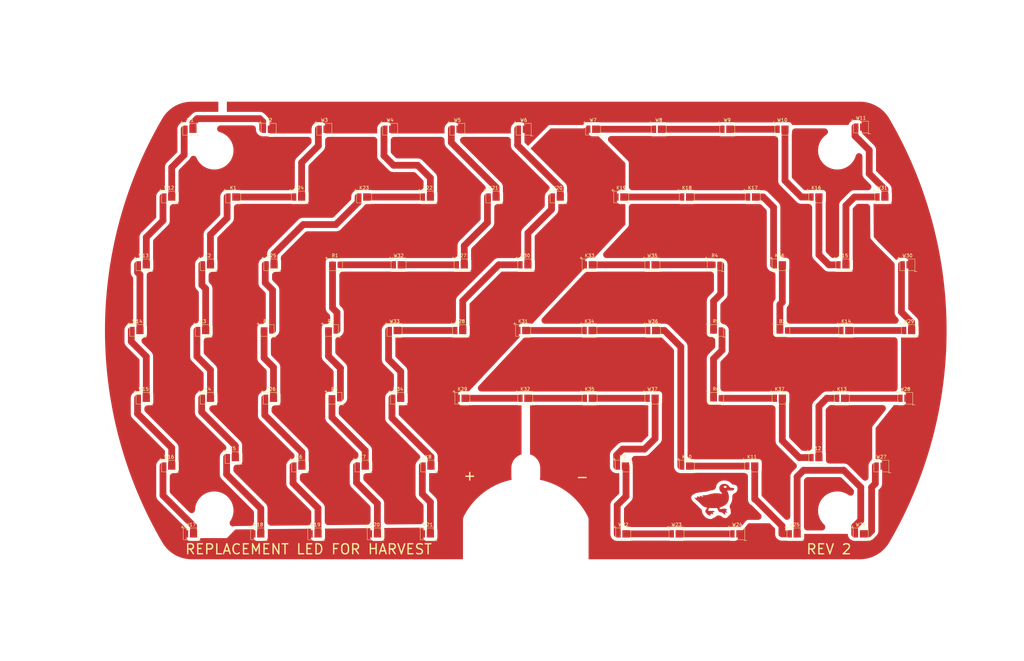
<source format=kicad_pcb>
(kicad_pcb (version 20221018) (generator pcbnew)
  (layers (0 "F.Cu" signal) (31 "B.Cu" signal) (34 "B.Paste" user) (35 "F.Paste" user) (36 "B.SilkS" user "B.Silkscreen") (37 "F.SilkS" user "F.Silkscreen") (38 "B.Mask" user) (39 "F.Mask" user) (44 "Edge.Cuts" user))
  (net 0 "")
  (net 1 "Net-(B1-K)")
  (net 2 "Net-(B1-A)")
  (net 3 "Net-(B2-K)")
  (net 4 "Net-(B2-A)")
  (net 5 "Net-(J1-Pin_1)")
  (net 6 "Net-(J1-Pin_2)")
  (net 7 "Net-(K1-K)")
  (net 8 "Net-(K1-A)")
  (net 9 "Net-(K2-A)")
  (net 10 "Net-(K3-A)")
  (net 11 "Net-(K4-A)")
  (net 12 "Net-(K5-A)")
  (net 13 "Net-(K26-A)")
  (net 14 "Net-(K6-A)")
  (net 15 "Net-(K7-K)")
  (net 16 "Net-(K7-A)")
  (net 17 "Net-(K8-K)")
  (net 18 "Net-(K8-A)")
  (net 19 "Net-(K9-K)")
  (net 20 "Net-(K9-A)")
  (net 21 "Net-(K10-K)")
  (net 22 "Net-(K10-A)")
  (net 23 "Net-(K11-K)")
  (net 24 "Net-(K12-K)")
  (net 25 "Net-(K12-A)")
  (net 26 "Net-(K13-K)")
  (net 27 "Net-(K14-K)")
  (net 28 "Net-(K15-K)")
  (net 29 "Net-(K15-A)")
  (net 30 "Net-(K16-A)")
  (net 31 "Net-(K17-K)")
  (net 32 "Net-(K17-A)")
  (net 33 "Net-(K18-A)")
  (net 34 "Net-(K20-K)")
  (net 35 "Net-(K20-A)")
  (net 36 "Net-(K21-K)")
  (net 37 "Net-(K21-A)")
  (net 38 "Net-(K22-K)")
  (net 39 "Net-(K22-A)")
  (net 40 "Net-(K23-A)")
  (net 41 "Net-(K24-K)")
  (net 42 "Net-(K27-A)")
  (net 43 "Net-(K28-K)")
  (net 44 "Net-(K28-A)")
  (net 45 "Net-(K29-K)")
  (net 46 "Net-(K31-K)")
  (net 47 "Net-(K32-K)")
  (net 48 "Net-(K33-K)")
  (net 49 "Net-(K34-K)")
  (net 50 "Net-(K35-K)")
  (net 51 "Net-(K37-A)")
  (net 52 "Net-(R1-K)")
  (net 53 "Net-(R1-A)")
  (net 54 "Net-(R2-A)")
  (net 55 "Net-(R4-K)")
  (net 56 "Net-(R4-A)")
  (net 57 "Net-(R5-K)")
  (net 58 "Net-(W1-K)")
  (net 59 "Net-(W1-A)")
  (net 60 "Net-(W7-K)")
  (net 61 "Net-(W8-K)")
  (net 62 "Net-(W10-A)")
  (net 63 "Net-(W11-A)")
  (net 64 "Net-(W12-A)")
  (net 65 "Net-(W13-A)")
  (net 66 "Net-(W14-A)")
  (net 67 "Net-(W15-A)")
  (net 68 "Net-(W16-A)")
  (net 69 "Net-(W22-K)")
  (net 70 "Net-(W23-K)")
  (net 71 "Net-(W25-K)")
  (net 72 "Net-(W26-K)")
  (net 73 "Net-(W29-K)")
  (net 74 "Net-(W33-A)")
  (footprint "PCB Libraries:LM281B+" (layer "F.Cu") (at 222.08 81.915)
    (fp_text reference "K36")
    (fp_text value "WARM")
  )
  (footprint "PCB Libraries:LM281B+" (layer "F.Cu") (at 260.815 101.6)
    (fp_text reference "W29")
    (fp_text value "COOL")
  )
  (footprint "PCB Libraries:LM281B+" (layer "F.Cu") (at 175.09 142.24)
    (fp_text reference "K9")
    (fp_text value "WARM")
  )
  (footprint "PCB Libraries:LM281B+" (layer "F.Cu") (at 31.58 121.92)
    (fp_text reference "W15")
    (fp_text value "COOL")
  )
  (footprint "PCB Libraries:LM281B+" (layer "F.Cu") (at 69.68 121.92)
    (fp_text reference "K26")
    (fp_text value "WARM")
  )
  (footprint "PCB Libraries:LM281B+" (layer "F.Cu") (at 78.105 61.595)
    (fp_text reference "K24")
    (fp_text value "WARM")
  )
  (footprint "PCB Libraries:LM281B+" (layer "F.Cu") (at 165.17 121.92)
    (fp_text reference "K35")
    (fp_text value "WARM")
  )
  (footprint "PCB Libraries:LM281B+" (layer "F.Cu") (at 222.08 121.92)
    (fp_text reference "K37")
    (fp_text value "WARM")
  )
  (footprint "PCB Libraries:LM281B+" (layer "F.Cu") (at 209.38 162.56)
    (fp_text reference "W24")
    (fp_text value "COOL")
  )
  (footprint "PCB Libraries:LM281B+" (layer "F.Cu") (at 145.88 121.92)
    (fp_text reference "K32")
    (fp_text value "WARM")
  )
  (footprint "PCB Libraries:LM281B+" (layer "F.Cu") (at 194.31 61.595)
    (fp_text reference "K18")
    (fp_text value "WARM")
  )
  (footprint "PCB Libraries:LM281B+" (layer "F.Cu") (at 260.35 81.915)
    (fp_text reference "W30")
    (fp_text value "COOL")
  )
  (footprint "PCB Libraries:LM281B+" (layer "F.Cu") (at 246.38 162.56)
    (fp_text reference "W26")
    (fp_text value "COOL")
  )
  (footprint "PCB Libraries:LM281B+" (layer "F.Cu") (at 65.87 162.56)
    (fp_text reference "W18")
    (fp_text value "COOL")
  )
  (footprint "PCB Libraries:LM281B+" (layer "F.Cu") (at 50.8 121.92)
    (fp_text reference "K4")
    (fp_text value "WARM")
  )
  (footprint "PCB Libraries:LM281B+" (layer "F.Cu") (at 116.84 142.24)
    (fp_text reference "K8")
    (fp_text value "WARM")
  )
  (footprint "PCB Libraries:LM281B+" (layer "F.Cu") (at 31.58 81.915)
    (fp_text reference "W13")
    (fp_text value "COOL")
  )
  (footprint "PCB Libraries:LM281B+" (layer "F.Cu") (at 126.365 101.6)
    (fp_text reference "K28")
    (fp_text value "WARM")
  )
  (footprint "PCB Libraries:LM281B+" (layer "F.Cu") (at 233.045 61.595)
    (fp_text reference "K16")
    (fp_text value "WARM")
  )
  (footprint "PCB Libraries:LM281B+" (layer "F.Cu") (at 126.83 81.915)
    (fp_text reference "K27")
    (fp_text value "WARM")
  )
  (footprint "PCB Libraries:LM281B+" (layer "F.Cu") (at 97.62 61.595)
    (fp_text reference "K23")
    (fp_text value "WARM")
  )
  (footprint "PCB Libraries:LM281B+" (layer "F.Cu") (at 174.625 61.595)
    (fp_text reference "K19")
    (fp_text value "WARM")
  )
  (footprint "PCB Libraries:LM281B+" (layer "F.Cu") (at 100.795 162.56)
    (fp_text reference "W20")
    (fp_text value "COOL")
  )
  (footprint "PCB Libraries:LM281B+" (layer "F.Cu") (at 184.15 101.6)
    (fp_text reference "W36")
    (fp_text value "COOL")
  )
  (footprint "PCB Libraries:Sunplus2835" (layer "F.Cu") (at 87.7 101.6)
    (fp_text reference "R2")
    (fp_text value "RED")
  )
  (footprint "PCB Libraries:LM281B+" (layer "F.Cu") (at 259.715 121.92)
    (fp_text reference "W28")
    (fp_text value "COOL")
  )
  (footprint "PCB Libraries:LM281B+" (layer "F.Cu") (at 222.885 41.275)
    (fp_text reference "W10")
    (fp_text value "COOL")
  )
  (footprint "PCB Libraries:LM281B+" (layer "F.Cu") (at 106.75 101.6)
    (fp_text reference "W33")
    (fp_text value "COOL")
  )
  (footprint "PCB Libraries:LM281B+" (layer "F.Cu") (at 206.375 41.275)
    (fp_text reference "W9")
    (fp_text value "COOL")
  )
  (footprint "PCB Libraries:LM281B+" (layer "F.Cu") (at 194.31 142.24)
    (fp_text reference "K10")
    (fp_text value "WARM")
  )
  (footprint "PCB Libraries:Sunplus2835" (layer "F.Cu") (at 203.03 101.6)
    (fp_text reference "R5")
    (fp_text value "RED")
  )
  (footprint "PCB Libraries:LM281B+" (layer "F.Cu") (at 85.725 41.275)
    (fp_text reference "W3")
    (fp_text value "COOL")
  )
  (footprint "PCB Libraries:LM281B+" (layer "F.Cu") (at 97.155 142.24)
    (fp_text reference "K7")
    (fp_text value "WARM")
  )
  (footprint "PCB Libraries:LM281B+" (layer "F.Cu") (at 127.07 121.92)
    (fp_text reference "K29")
    (fp_text value "WARM")
  )
  (footprint "PCB Libraries:LM281B+" (layer "F.Cu") (at 252.56 142.24)
    (fp_text reference "W27")
    (fp_text value "COOL")
  )
  (footprint "PCB Libraries:LM281B+" (layer "F.Cu") (at 155.575 61.595)
    (fp_text reference "K20")
    (fp_text value "WARM")
  )
  (footprint "PCB Libraries:LM281B+" (layer "F.Cu") (at 252.8 61.595)
    (fp_text reference "W31")
    (fp_text value "COOL")
  )
  (footprint "PCB Libraries:LM281B+" (layer "F.Cu") (at 107.95 81.915)
    (fp_text reference "W32")
    (fp_text value "COOL")
  )
  (footprint "PCB Libraries:Sunplus2835" (layer "F.Cu") (at 202.635 81.915)
    (fp_text reference "R4")
    (fp_text value "RED")
  )
  (footprint "PCB Libraries:LM281B+" (layer "F.Cu") (at 116.67 162.56)
    (fp_text reference "W21")
    (fp_text value "COOL")
  )
  (footprint "PCB Libraries:LM281B+" (layer "F.Cu") (at 125.56 41.275)
    (fp_text reference "W5")
    (fp_text value "COOL")
  )
  (footprint "PCB Libraries:LM281B+" (layer "F.Cu") (at 58.25 139.7)
    (fp_text reference "K5")
    (fp_text value "WARM")
  )
  (footprint "PCB Libraries:LM281B+" (layer "F.Cu") (at 246.45 40.64)
    (fp_text reference "W11")
    (fp_text value "COOL")
  )
  (footprint "PCB Libraries:LM281B+" (layer "F.Cu") (at 226.525 162.56)
    (fp_text reference "W25")
    (fp_text value "COOL")
  )
  (footprint "PCB Libraries:LM281B+" (layer "F.Cu") (at 241.13 81.915)
    (fp_text reference "K15")
    (fp_text value "WARM")
  )
  (footprint "PCB Libraries:LM281B+" (layer "F.Cu") (at 83.015 162.56)
    (fp_text reference "W19")
    (fp_text value "COOL")
  )
  (footprint "PCB Libraries:LM281B+" (layer "F.Cu") (at 185.885 41.275)
    (fp_text reference "W8")
    (fp_text value "COOL")
  )
  (footprint "PCB Libraries:LM281B+" (layer "F.Cu") (at 145.245 101.6)
    (fp_text reference "K31")
    (fp_text value "WARM")
  )
  (footprint "PCB Libraries:LM281B+" (layer "F.Cu") (at 214.065 61.595)
    (fp_text reference "K17")
    (fp_text value "WARM")
  )
  (footprint "PCB Libraries:HOLE_0.25_KEEPOUT_0.45" (layer "F.Cu") (at 52.705 155.575)
    (fp_text reference "H4" hide)
    (fp_text value "MountingHole")
  )
  (footprint "PCB Libraries:LM281B+" (layer "F.Cu") (at 183.98 81.915)
    (fp_text reference "W35")
    (fp_text value "COOL")
  )
  (footprint "PCB Libraries:LM281B+" (layer "F.Cu") (at 105.41 41.275)
    (fp_text reference "W4")
    (fp_text value "COOL")
  )
  (footprint "PCB Libraries:LM281B+" (layer "F.Cu") (at 116.67 61.595)
    (fp_text reference "K22")
    (fp_text value "WARM")
  )
  (footprint "PCB Libraries:LM281B+" (layer "F.Cu") (at 175.26 162.56)
    (fp_text reference "W22")
    (fp_text value "COOL")
  )
  (footprint "PCB Libraries:LM281B+" (layer "F.Cu") (at 69.045 41.275)
    (fp_text reference "W2")
    (fp_text value "COOL")
  )
  (footprint "PCB Libraries:LM281B+" (layer "F.Cu") (at 165.1 101.6)
    (fp_text reference "K34")
    (fp_text value "WARM")
  )
  (footprint "PCB Libraries:Sunplus2835" (layer "F.Cu") (at 88.9 81.915)
    (fp_text reference "R1")
    (fp_text value "RED")
  )
  (footprint "PCB Libraries:HOLE_0.25_KEEPOUT_0.45" (layer "F.Cu") (at 52.705 47.625)
    (fp_text reference "H3" hide)
    (fp_text value "MountingHole")
  )
  (footprint "PCB Libraries:LM281B+" (layer "F.Cu") (at 29.675 101.6)
    (fp_text reference "W14")
    (fp_text value "COOL")
  )
  (footprint "PCB Libraries:LM281B+" (layer "F.Cu") (at 145.415 41.275)
    (fp_text reference "W6")
    (fp_text value "COOL")
  )
  (footprint "PCB Libraries:LM281B+" (layer "F.Cu") (at 183.98 121.92)
    (fp_text reference "W37")
    (fp_text value "COOL")
  )
  (footprint "PCB Libraries:LM281B+" (layer "F.Cu") (at 49.36 101.6)
    (fp_text reference "K3")
    (fp_text value "WARM")
  )
  (footprint "PCB Libraries:LM281B+" (layer "F.Cu") (at 50.8 81.915)
    (fp_text reference "K2")
    (fp_text value "WARM")
  )
  (footprint "PCB Libraries:Sunplus2835" (layer "F.Cu") (at 68.41 101.6)
    (fp_text reference "B1")
    (fp_text value "BLUE")
  )
  (footprint "PCB Libraries:LM281B+" (layer "F.Cu") (at 191.205 162.56)
    (fp_text reference "W23")
    (fp_text value "COOL")
  )
  (footprint "PCB Libraries:LM281B+" (layer "F.Cu") (at 45.72 162.56)
    (fp_text reference "W17")
    (fp_text value "COOL")
  )
  (footprint "PCB Libraries:LED_PANNEL_PWR_IN" (layer "F.Cu") (at 146.05 145.415 90)
    (fp_text reference "J1" hide)
    (fp_text value "Conn_01x02")
  )
  (footprint "PCB Libraries:LM281B+" (layer "F.Cu") (at 78.175 142.24)
    (fp_text reference "K6")
    (fp_text value "WARM")
  )
  (footprint "PCB Libraries:LM281B+" (layer "F.Cu") (at 233.045 139.7)
    (fp_text reference "K12")
    (fp_text value "WARM")
  )
  (footprint "PCB Libraries:LM281B+" (layer "F.Cu") (at 39.2 61.595)
    (fp_text reference "W12")
    (fp_text value "COOL")
  )
  (footprint "PCB Libraries:LM281B+" (layer "F.Cu") (at 136.355 61.595)
    (fp_text reference "K21")
    (fp_text value "WARM")
  )
  (footprint "PCB Libraries:LM281B+" (layer "F.Cu") (at 240.735 121.92)
    (fp_text reference "K13")
    (fp_text value "WARM")
  )
  (footprint "PCB Libraries:LM281B+" (layer "F.Cu") (at 39.2 142.24)
    (fp_text reference "W16")
    (fp_text value "COOL")
  )
  (footprint "PCB Libraries:Sunplus2835" (layer "F.Cu") (at 88.73 121.92)
    (fp_text reference "R3")
    (fp_text value "RED")
  )
  (footprint "PCB Libraries:LM281B+" (layer "F.Cu") (at 107.78 121.92)
    (fp_text reference "W34")
    (fp_text value "COOL")
  )
  (footprint "PCB Libraries:LM281B+" (layer "F.Cu") (at 213.825 142.24)
    (fp_text reference "K11")
    (fp_text value "WARM")
  )
  (footprint "PCB Libraries:LM281B+" (layer "F.Cu") (at 45.55 41.275)
    (fp_text reference "W1")
    (fp_text value "COOL")
  )
  (footprint "PCB Libraries:Sunplus2835" (layer "F.Cu") (at 222.885 101.6)
    (fp_text reference "B2")
    (fp_text value "BLUE")
  )
  (footprint "PCB Libraries:LM281B+" (layer "F.Cu") (at 69.85 81.915)
    (fp_text reference "K25")
    (fp_text value "WARM")
  )
  (footprint "PCB Libraries:LM281B+" (layer "F.Cu") (at 166.2 41.275)
    (fp_text reference "W7")
    (fp_text value "COOL")
  )
  (footprint "PCB Libraries:Sunplus2835" (layer "F.Cu") (at 203.03 121.92)
    (fp_text reference "R6")
    (fp_text value "RED")
  )
  (footprint "PCB Libraries:HOLE_0.25_KEEPOUT_0.45" (layer "F.Cu") (at 239.395 155.575)
    (fp_text reference "H2" hide)
    (fp_text value "MountingHole")
  )
  (footprint "PCB Libraries:LM281B+" (layer "F.Cu") (at 242.005 101.6)
    (fp_text reference "K14")
    (fp_text value "WARM")
  )
  (footprint "PCB Libraries:HOLE_0.25_KEEPOUT_0.45" (layer "F.Cu") (at 239.395 47.625)
    (fp_text reference "H1" hide)
    (fp_text value "MountingHole")
  )
  (footprint "PCB Libraries:LM281B+" (layer "F.Cu") (at 165.17 81.915)
    (fp_text reference "K33")
    (fp_text value "WARM")
  )
  (footprint "PCB Libraries:LM281B+" (layer "F.Cu") (at 145.88 81.915)
    (fp_text reference "K30")
    (fp_text value "WARM")
  )
  (footprint "PCB Libraries:LM281B+" (layer "F.Cu") (at 58.42 61.595)
    (fp_text reference "K1")
    (fp_text value "WARM")
  )
  (footprint "PCB Libraries:DUCK_cu" (layer "B.Cu") (at 202.565 152.4 180)
    (fp_text reference "QAK1" hide)
    (fp_text value "DUCK" hide)
  )
  (gr_line (start 144.264384 142.874917) (end 144.264384 145.257413) (stroke (width 0.007874)) (layer "Edge.Cuts"))
  (gr_arc (start 147.835616 145.257413) (mid 146.05 147.043016) (end 144.264384 145.257413) (stroke (width 0.007874)) (layer "Edge.Cuts"))
  (gr_circle (center 239.316113 155.574892) (end 239.316113 158.749886) (stroke (width 0.007874)) (fill none) (layer "Edge.Cuts"))
  (gr_arc (start 257.102998 166.422069) (mid 252.458636 171.033448) (end 246.1348 172.719858) (stroke (width 0.007874)) (layer "Edge.Cuts"))
  (gr_circle (center 52.783887 155.574892) (end 52.783887 158.749886) (stroke (width 0.007874)) (fill none) (layer "Edge.Cuts"))
  (gr_line (start 162.321167 171.52856) (end 163.512465 172.719858) (stroke (width 0.007874)) (layer "Edge.Cuts"))
  (gr_line (start 246.1348 30.480142) (end 45.9652 30.480142) (stroke (width 0.007874)) (layer "Edge.Cuts"))
  (gr_arc (start 246.1348 30.480142) (mid 252.458663 32.166575) (end 257.103031 36.777988) (stroke (width 0.007874)) (layer "Edge.Cuts"))
  (gr_arc (start 34.996563 166.422386) (mid 17.462257 101.600336) (end 34.996224 36.778195) (stroke (width 0.007874)) (layer "Edge.Cuts"))
  (gr_line (start 129.778833 158.432386) (end 129.778833 171.52856) (stroke (width 0.007874)) (layer "Edge.Cuts"))
  (gr_line (start 129.778833 171.52856) (end 128.587535 172.719858) (stroke (width 0.007874)) (layer "Edge.Cuts"))
  (gr_line (start 162.321167 158.432386) (end 162.321167 171.52856) (stroke (width 0.007874)) (layer "Edge.Cuts"))
  (gr_circle (center 239.316113 47.625108) (end 239.316113 50.800102) (stroke (width 0.007874)) (fill none) (layer "Edge.Cuts"))
  (gr_circle (center 52.783887 47.625108) (end 52.783887 50.800102) (stroke (width 0.007874)) (fill none) (layer "Edge.Cuts"))
  (gr_arc (start 129.778866 158.432254) (mid 146.05 148.456407) (end 162.321134 158.432254) (stroke (width 0.007874)) (layer "Edge.Cuts"))
  (gr_line (start 147.835616 142.874917) (end 147.835616 145.257413) (stroke (width 0.007874)) (layer "Edge.Cuts"))
  (gr_arc (start 257.103776 36.778195) (mid 274.637743 101.600336) (end 257.103437 166.422386) (stroke (width 0.007874)) (layer "Edge.Cuts"))
  (gr_arc (start 144.264384 142.874917) (mid 146.05 141.089304) (end 147.835616 142.874917) (stroke (width 0.007874)) (layer "Edge.Cuts"))
  (gr_line (start 128.587535 172.719858) (end 45.9652 172.719858) (stroke (width 0.007874)) (layer "Edge.Cuts"))
  (gr_line (start 163.512465 172.719858) (end 246.1348 172.719858) (stroke (width 0.007874)) (layer "Edge.Cuts"))
  (gr_arc (start 45.9652 172.719858) (mid 39.641368 171.033441) (end 34.997002 166.422069) (stroke (width 0.007874)) (layer "Edge.Cuts"))
  (gr_arc (start 34.996969 36.777988) (mid 39.641338 32.166575) (end 45.9652 30.480142) (stroke (width 0.007874)) (layer "Edge.Cuts"))
  (gr_text "REPLACEMENT LED FOR HARVEST" (at 43.815 168.91) (layer "F.SilkS") (effects (font (size 3 3) (thickness 0.4)) (justify left bottom)))
  (gr_text "REV 2" (at 229.87 168.91) (layer "F.SilkS") (effects (font (size 3 3) (thickness 0.4)) (justify left bottom)))
  (segment (start 68.0212 87.324) (end 70.2056 89.5084) (width 2.032) (layer "F.Cu") (net 1))
  (segment (start 70.2056 89.5084) (end 70.2056 101.5238) (width 2.032) (layer "F.Cu") (net 1))
  (segment (start 68.0212 81.84) (end 68.0212 87.324) (width 2.032) (layer "F.Cu") (net 1))
  (segment (start 70.485 112.649) (end 70.485 121.92) (width 2.032) (layer "F.Cu") (net 2))
  (segment (start 67.675 109.839) (end 70.485 112.649) (width 2.032) (layer "F.Cu") (net 2))
  (segment (start 67.6656 101.6762) (end 67.675 109.839) (width 2.032) (layer "F.Cu") (net 2))
  (segment (start 238.5314 101.6) (end 240.1824 101.6) (width 2.032) (layer "F.Cu") (net 3))
  (segment (start 224.6884 101.6) (end 238.5314 101.6) (width 2.032) (layer "F.Cu") (net 3))
  (segment (start 222.885 93.1176) (end 222.15 93.8526) (width 2.032) (layer "F.Cu") (net 4))
  (segment (start 222.15 93.8526) (end 222.1484 101.5238) (width 2.032) (layer "F.Cu") (net 4))
  (segment (start 222.885 81.915) (end 222.885 93.1176) (width 2.032) (layer "F.Cu") (net 4))
  (segment (start 59.225 61.595) (end 76.2 61.595) (width 2.032) (layer "F.Cu") (net 7))
  (segment (start 56.5912 61.543) (end 56.5912 67.8688) (width 2.032) (layer "F.Cu") (net 8))
  (segment (start 51.605 72.855) (end 51.605 81.915) (width 2.032) (layer "F.Cu") (net 8))
  (segment (start 56.5912 67.8688) (end 51.605 72.855) (width 2.032) (layer "F.Cu") (net 8))
  (segment (start 50.165 89.0893) (end 50.165 101.6) (width 2.032) (layer "F.Cu") (net 9))
  (segment (start 49.022 87.9463) (end 49.022 81.8273) (width 2.032) (layer "F.Cu") (net 9))
  (segment (start 49.022 87.9463) (end 50.165 89.0893) (width 2.032) (layer "F.Cu") (net 9))
  (segment (start 47.5488 109.3878) (end 51.605 113.444) (width 2.032) (layer "F.Cu") (net 10))
  (segment (start 47.5488 109.3878) (end 47.5488 101.5338) (width 2.032) (layer "F.Cu") (net 10))
  (segment (start 51.605 113.444) (end 51.605 121.92) (width 2.032) (layer "F.Cu") (net 10))
  (segment (start 59.055 136.1428) (end 59.055 139.7) (width 2.032) (layer "F.Cu") (net 11))
  (segment (start 48.9712 126.059) (end 59.055 136.1428) (width 2.032) (layer "F.Cu") (net 11))
  (segment (start 48.9712 126.059) (end 48.9712 121.845) (width 2.032) (layer "F.Cu") (net 11))
  (segment (start 66.675 154.94) (end 56.4388 144.7038) (width 2.032) (layer "F.Cu") (net 12))
  (segment (start 66.675 162.56) (end 66.675 154.94) (width 2.032) (layer "F.Cu") (net 12))
  (segment (start 56.4388 144.7038) (end 56.4388 139.6111) (width 2.032) (layer "F.Cu") (net 12))
  (segment (start 67.8688 126.9492) (end 78.98 138.0604) (width 2.032) (layer "F.Cu") (net 13))
  (segment (start 78.98 138.0604) (end 78.98 142.24) (width 2.032) (layer "F.Cu") (net 13))
  (segment (start 67.8688 126.9492) (end 67.8688 121.8692) (width 2.032) (layer "F.Cu") (net 13))
  (segment (start 76.3524 147.3835) (end 76.3524 142.1765) (width 2.032) (layer "F.Cu") (net 14))
  (segment (start 83.82 162.56) (end 83.82 154.8511) (width 2.032) (layer "F.Cu") (net 14))
  (segment (start 83.82 154.8511) (end 76.3524 147.3835) (width 2.032) (layer "F.Cu") (net 14))
  (segment (start 87.995 127.6217) (end 97.96 137.5867) (width 2.032) (layer "F.Cu") (net 15))
  (segment (start 97.96 137.5867) (end 97.96 142.24) (width 2.032) (layer "F.Cu") (net 15))
  (segment (start 87.995 122.047) (end 87.995 127.6217) (width 2.032) (layer "F.Cu") (net 15))
  (segment (start 95.3516 147.2184) (end 95.3516 142.1384) (width 2.032) (layer "F.Cu") (net 16))
  (segment (start 101.6 162.56) (end 101.6 153.4668) (width 2.032) (layer "F.Cu") (net 16))
  (segment (start 101.6 153.4668) (end 95.3516 147.2184) (width 2.032) (layer "F.Cu") (net 16))
  (segment (start 105.9688 127.7901) (end 117.645 139.4663) (width 2.032) (layer "F.Cu") (net 17))
  (segment (start 117.645 139.4663) (end 117.645 142.24) (width 2.032) (layer "F.Cu") (net 17))
  (segment (start 105.9688 127.7901) (end 105.9688 121.8411) (width 2.032) (layer "F.Cu") (net 17))
  (segment (start 117.475 153.035) (end 115.062 150.622) (width 2.032) (layer "F.Cu") (net 18))
  (segment (start 117.475 162.56) (end 117.475 153.035) (width 2.032) (layer "F.Cu") (net 18))
  (segment (start 115.062 150.622) (end 115.062 142.1638) (width 2.032) (layer "F.Cu") (net 18))
  (segment (start 176.0782 151.3163) (end 176.0782 142.24) (width 2.032) (layer "F.Cu") (net 19))
  (segment (start 173.4312 153.9633) (end 173.4312 162.6223) (width 2.032) (layer "F.Cu") (net 19))
  (segment (start 173.4312 153.9633) (end 176.0782 151.3163) (width 2.032) (layer "F.Cu") (net 19))
  (segment (start 181.61 137.16) (end 184.785 133.985) (width 2.032) (layer "F.Cu") (net 20))
  (segment (start 175.0287 137.16) (end 181.61 137.16) (width 2.032) (layer "F.Cu") (net 20))
  (segment (start 184.785 133.985) (end 184.785 121.92) (width 2.032) (layer "F.Cu") (net 20))
  (segment (start 173.2788 138.9099) (end 175.0287 137.16) (width 2.032) (layer "F.Cu") (net 20))
  (segment (start 173.2788 142.3189) (end 173.2788 138.9099) (width 2.032) (layer "F.Cu") (net 20))
  (segment (start 195.115 142.24) (end 211.9884 142.24) (width 2.032) (layer "F.Cu") (net 21))
  (segment (start 187.5814 101.6) (end 184.955 101.6) (width 2.032) (layer "F.Cu") (net 22))
  (segment (start 192.4812 106.4998) (end 187.5814 101.6) (width 2.032) (layer "F.Cu") (net 22))
  (segment (start 192.4812 106.4998) (end 192.4812 142.2908) (width 2.032) (layer "F.Cu") (net 22))
  (segment (start 214.63 142.24) (end 214.63 152.166) (width 2.032) (layer "F.Cu") (net 23))
  (segment (start 222.758 162.56) (end 224.6884 162.56) (width 2.032) (layer "F.Cu") (net 23))
  (segment (start 214.791 152.166) (end 222.758 160.133) (width 2.032) (layer "F.Cu") (net 23))
  (segment (start 214.63 152.166) (end 214.791 152.166) (width 2.032) (layer "F.Cu") (net 23))
  (segment (start 222.758 160.133) (end 222.758 162.56) (width 2.032) (layer "F.Cu") (net 23))
  (segment (start 233.85 124.29) (end 236.22 121.92) (width 2.032) (layer "F.Cu") (net 24))
  (segment (start 236.22 121.92) (end 238.887 121.92) (width 2.032) (layer "F.Cu") (net 24))
  (segment (start 233.85 139.7) (end 233.85 124.29) (width 2.032) (layer "F.Cu") (net 24))
  (segment (start 222.885 134.62) (end 227.965 139.7) (width 2.032) (layer "F.Cu") (net 25))
  (segment (start 227.965 139.7) (end 231.14 139.7) (width 2.032) (layer "F.Cu") (net 25))
  (segment (start 222.885 121.92) (end 222.885 134.62) (width 2.032) (layer "F.Cu") (net 25))
  (segment (start 241.54 121.92) (end 257.81 121.92) (width 2.032) (layer "F.Cu") (net 26))
  (segment (start 242.81 101.6) (end 258.953 101.6) (width 2.032) (layer "F.Cu") (net 27))
  (segment (start 244.475 61.595) (end 250.952 61.595) (width 2.032) (layer "F.Cu") (net 28))
  (segment (start 241.935 81.915) (end 241.935 64.135) (width 2.032) (layer "F.Cu") (net 28))
  (segment (start 241.935 64.135) (end 244.475 61.595) (width 2.032) (layer "F.Cu") (net 28))
  (segment (start 233.85 78.91) (end 236.855 81.915) (width 2.032) (layer "F.Cu") (net 29))
  (segment (start 233.85 61.595) (end 233.85 78.91) (width 2.032) (layer "F.Cu") (net 29))
  (segment (start 236.855 81.915) (end 239.268 81.915) (width 2.032) (layer "F.Cu") (net 29))
  (segment (start 223.69 41.275) (end 223.69 56.685) (width 2.032) (layer "F.Cu") (net 30))
  (segment (start 223.69 56.685) (end 228.6 61.595) (width 2.032) (layer "F.Cu") (net 30))
  (segment (start 228.6 61.595) (end 231.14 61.595) (width 2.032) (layer "F.Cu") (net 30))
  (segment (start 217.17 61.595) (end 214.87 61.595) (width 2.032) (layer "F.Cu") (net 31))
  (segment (start 220.2688 64.6938) (end 217.17 61.595) (width 2.032) (layer "F.Cu") (net 31))
  (segment (start 220.2688 81.9912) (end 220.2688 64.6938) (width 2.032) (layer "F.Cu") (net 31))
  (segment (start 195.115 61.595) (end 212.217 61.595) (width 2.032) (layer "F.Cu") (net 32))
  (segment (start 175.43 61.595) (end 192.405 61.595) (width 2.032) (layer "F.Cu") (net 33))
  (segment (start 143.6116 46.0617) (end 143.6116 41.2127) (width 2.032) (layer "F.Cu") (net 34))
  (segment (start 143.6116 46.0617) (end 156.38 58.8301) (width 2.032) (layer "F.Cu") (net 34))
  (segment (start 156.38 58.8301) (end 156.38 61.595) (width 2.032) (layer "F.Cu") (net 34))
  (segment (start 153.7716 61.543) (end 153.7716 65.3034) (width 2.032) (layer "F.Cu") (net 35))
  (segment (start 146.685 72.39) (end 146.685 81.915) (width 2.032) (layer "F.Cu") (net 35))
  (segment (start 153.7716 65.3034) (end 146.685 72.39) (width 2.032) (layer "F.Cu") (net 35))
  (segment (start 123.7488 45.2743) (end 123.7488 41.1873) (width 2.032) (layer "F.Cu") (net 36))
  (segment (start 137.16 58.6855) (end 137.16 61.595) (width 2.032) (layer "F.Cu") (net 36))
  (segment (start 123.7488 45.2743) (end 137.16 58.6855) (width 2.032) (layer "F.Cu") (net 36))
  (segment (start 134.5692 61.5342) (end 134.5692 69.2658) (width 2.032) (layer "F.Cu") (net 37))
  (segment (start 134.5692 69.2658) (end 127.635 76.2) (width 2.032) (layer "F.Cu") (net 37))
  (segment (start 127.635 76.2) (end 127.635 81.915) (width 2.032) (layer "F.Cu") (net 37))
  (segment (start 117.475 55.88) (end 117.475 61.595) (width 2.032) (layer "F.Cu") (net 38))
  (segment (start 113.665 52.07) (end 117.475 55.88) (width 2.032) (layer "F.Cu") (net 38))
  (segment (start 106.4272 52.07) (end 113.665 52.07) (width 2.032) (layer "F.Cu") (net 38))
  (segment (start 103.5812 49.224) (end 106.4272 52.07) (width 2.032) (layer "F.Cu") (net 38))
  (segment (start 103.5812 41.2) (end 103.5812 49.224) (width 2.032) (layer "F.Cu") (net 38))
  (segment (start 98.425 61.595) (end 114.8588 61.595) (width 2.032) (layer "F.Cu") (net 39))
  (segment (start 95.8088 63.2179) (end 95.8088 61.5469) (width 2.032) (layer "F.Cu") (net 40))
  (segment (start 70.655 81.915) (end 70.655 78.57) (width 2.032) (layer "F.Cu") (net 40))
  (segment (start 89.1767 69.85) (end 79.375 69.85) (width 2.032) (layer "F.Cu") (net 40))
  (segment (start 70.655 78.57) (end 79.375 69.85) (width 2.032) (layer "F.Cu") (net 40))
  (segment (start 95.8088 63.2179) (end 89.1767 69.85) (width 2.032) (layer "F.Cu") (net 40))
  (segment (start 78.91 51.265) (end 78.91 61.595) (width 2.032) (layer "F.Cu") (net 41))
  (segment (start 83.9216 41.1976) (end 83.9216 46.2534) (width 2.032) (layer "F.Cu") (net 41))
  (segment (start 83.9216 46.2534) (end 78.91 51.265) (width 2.032) (layer "F.Cu") (net 41))
  (segment (start 108.755 81.915) (end 125.0188 81.915) (width 2.032) (layer "F.Cu") (net 42))
  (segment (start 127.17 92.71) (end 127.17 101.6) (width 2.032) (layer "F.Cu") (net 43))
  (segment (start 137.965 81.915) (end 127.17 92.71) (width 2.032) (layer "F.Cu") (net 43))
  (segment (start 143.891 81.915) (end 137.965 81.915) (width 2.032) (layer "F.Cu") (net 43))
  (segment (start 107.555 101.6) (end 124.46 101.6) (width 2.032) (layer "F.Cu") (net 44))
  (segment (start 127.875 121.92) (end 144.018 121.92) (width 2.032) (layer "F.Cu") (net 45))
  (segment (start 146.05 101.6) (end 163.195 101.6) (width 2.032) (layer "F.Cu") (net 46))
  (segment (start 146.685 121.92) (end 163.322 121.92) (width 2.032) (layer "F.Cu") (net 47))
  (segment (start 165.975 81.915) (end 182.118 81.915) (width 2.032) (layer "F.Cu") (net 48))
  (segment (start 165.905 101.6) (end 182.245 101.6) (width 2.032) (layer "F.Cu") (net 49))
  (segment (start 165.975 121.92) (end 182.118 121.92) (width 2.032) (layer "F.Cu") (net 50))
  (segment (start 220.2688 121.92) (end 204.8256 121.92) (width 2.032) (layer "F.Cu") (net 51))
  (segment (start 90.7034 81.915) (end 106.1212 81.915) (width 2.032) (layer "F.Cu") (net 52))
  (segment (start 88.165 81.915) (end 88.165 94.8452) (width 2.032) (layer "F.Cu") (net 53))
  (segment (start 88.165 94.8452) (end 89.5096 96.1898) (width 2.032) (layer "F.Cu") (net 53))
  (segment (start 89.5096 96.1898) (end 89.5096 101.5238) (width 2.032) (layer "F.Cu") (net 53))
  (segment (start 86.965 109.317) (end 89.1794 111.5314) (width 2.032) (layer "F.Cu") (net 54))
  (segment (start 86.965 101.6762) (end 86.965 109.317) (width 2.032) (layer "F.Cu") (net 54))
  (segment (start 90.5256 112.8776) (end 90.5256 121.8438) (width 2.032) (layer "F.Cu") (net 54))
  (segment (start 89.1794 111.5314) (end 90.5256 112.8776) (width 2.032) (layer "F.Cu") (net 54))
  (segment (start 89.1794 111.5314) (end 90.551 112.903) (width 2.032) (layer "F.Cu") (net 54))
  (segment (start 202.295 92.8022) (end 204.4446 90.6526) (width 2.032) (layer "F.Cu") (net 55))
  (segment (start 202.295 101.6) (end 202.295 92.8022) (width 2.032) (layer "F.Cu") (net 55))
  (segment (start 204.4446 90.6526) (end 204.4446 81.9658) (width 2.032) (layer "F.Cu") (net 55))
  (segment (start 184.785 81.915) (end 201.9 81.915) (width 2.032) (layer "F.Cu") (net 56))
  (segment (start 202.295 110.0742) (end 204.8256 107.5436) (width 2.032) (layer "F.Cu") (net 57))
  (segment (start 204.8256 107.5436) (end 204.8256 101.6762) (width 2.032) (layer "F.Cu") (net 57))
  (segment (start 202.295 121.8438) (end 202.295 110.0742) (width 2.032) (layer "F.Cu") (net 57))
  (segment (start 46.355 41.275) (end 46.355 39.37) (width 2.032) (layer "F.Cu") (net 58))
  (segment (start 67.2592 39.0298) (end 67.2592 41.3358) (width 2.032) (layer "F.Cu") (net 58))
  (segment (start 67.2592 39.0298) (end 66.3294 38.1) (width 2.032) (layer "F.Cu") (net 58))
  (segment (start 66.3294 38.1) (end 47.625 38.1) (width 2.032) (layer "F.Cu") (net 58))
  (segment (start 46.355 39.37) (end 47.625 38.1) (width 2.032) (layer "F.Cu") (net 58))
  (segment (start 43.7388 48.9712) (end 40.005 52.705) (width 2.032) (layer "F.Cu") (net 59))
  (segment (start 40.005 52.705) (end 40.005 61.595) (width 2.032) (layer "F.Cu") (net 59))
  (segment (start 43.7388 41.2142) (end 43.7388 48.9712) (width 2.032) (layer "F.Cu") (net 59))
  (segment (start 167.005 41.275) (end 184.023 41.275) (width 2.032) (layer "F.Cu") (net 60))
  (segment (start 186.69 41.275) (end 204.47 41.275) (width 2.032) (layer "F.Cu") (net 61))
  (segment (start 207.18 41.275) (end 220.98 41.275) (width 2.032) (layer "F.Cu") (net 62))
  (segment (start 244.6528 43.2816) (end 248.92 47.5488) (width 2.032) (layer "F.Cu") (net 63))
  (segment (start 253.605 59.295) (end 253.605 61.595) (width 2.032) (layer "F.Cu") (net 63))
  (segment (start 248.92 47.5488) (end 248.92 54.61) (width 2.032) (layer "F.Cu") (net 63))
  (segment (start 248.92 54.61) (end 253.605 59.295) (width 2.032) (layer "F.Cu") (net 63))
  (segment (start 244.6528 40.6062) (end 244.6528 43.2816) (width 2.032) (layer "F.Cu") (net 63))
  (segment (start 37.3888 61.5469) (end 37.3888 68.6562) (width 2.032) (layer "F.Cu") (net 64))
  (segment (start 37.3888 68.6562) (end 32.385 73.66) (width 2.032) (layer "F.Cu") (net 64))
  (segment (start 32.385 73.66) (end 32.385 81.915) (width 2.032) (layer "F.Cu") (net 64))
  (segment (start 30.48 84.8764) (end 30.48 101.6) (width 2.032) (layer "F.Cu") (net 65))
  (segment (start 29.7688 84.1652) (end 30.48 84.8764) (width 2.032) (layer "F.Cu") (net 65))
  (segment (start 29.7688 84.1652) (end 29.7688 81.8492) (width 2.032) (layer "F.Cu") (net 65))
  (segment (start 27.8892 104.9301) (end 32.385 109.4259) (width 2.032) (layer "F.Cu") (net 66))
  (segment (start 27.8892 104.9301) (end 27.8892 101.5211) (width 2.032) (layer "F.Cu") (net 66))
  (segment (start 32.385 109.4259) (end 32.385 121.92) (width 2.032) (layer "F.Cu") (net 66))
  (segment (start 40.005 136.7817) (end 40.005 142.24) (width 2.032) (layer "F.Cu") (net 67))
  (segment (start 29.7688 126.5455) (end 40.005 136.7817) (width 2.032) (layer "F.Cu") (net 67))
  (segment (start 29.7688 126.5455) (end 29.7688 121.8665) (width 2.032) (layer "F.Cu") (net 67))
  (segment (start 46.525 162.56) (end 46.525 160.19) (width 2.032) (layer "F.Cu") (net 68))
  (segment (start 46.525 160.19) (end 37.3888 151.0538) (width 2.032) (layer "F.Cu") (net 68))
  (segment (start 37.3888 151.0538) (end 37.3888 142.1765) (width 2.032) (layer "F.Cu") (net 68))
  (segment (start 176.065 162.56) (end 189.357 162.56) (width 2.032) (layer "F.Cu") (net 69))
  (segment (start 192.01 162.56) (end 207.518 162.56) (width 2.032) (layer "F.Cu") (net 70))
  (segment (start 244.5512 160.2844) (end 244.5512 162.6004) (width 2.032) (layer "F.Cu") (net 71))
  (segment (start 227.33 145.415) (end 229.235 143.51) (width 2.032) (layer "F.Cu") (net 71))
  (segment (start 246.38 158.4556) (end 246.38 148.59) (width 2.032) (layer "F.Cu") (net 71))
  (segment (start 244.5512 160.2844) (end 246.38 158.4556) (width 2.032) (layer "F.Cu") (net 71))
  (segment (start 229.235 143.51) (end 241.3 143.51) (width 2.032) (layer "F.Cu") (net 71))
  (segment (start 227.33 162.56) (end 227.33 145.415) (width 2.032) (layer "F.Cu") (net 71))
  (segment (start 241.3 143.51) (end 246.38 148.59) (width 2.032) (layer "F.Cu") (net 71))
  (segment (start 249.6312 161.6456) (end 249.6312 148.59) (width 2.032) (layer "F.Cu") (net 72))
  (segment (start 250.7488 147.4724) (end 250.7488 142.1958) (width 2.032) (layer "F.Cu") (net 72))
  (segment (start 249.6312 148.59) (end 250.7488 147.4724) (width 2.032) (layer "F.Cu") (net 72))
  (segment (start 248.7168 162.56) (end 249.6312 161.6456) (width 2.032) (layer "F.Cu") (net 72))
  (segment (start 247.185 162.56) (end 248.7168 162.56) (width 2.032) (layer "F.Cu") (net 72))
  (segment (start 261.62 99.1436) (end 261.62 101.6) (width 2.032) (layer "F.Cu") (net 73))
  (segment (start 258.572 81.8527) (end 258.572 96.0956) (width 2.032) (layer "F.Cu") (net 73))
  (segment (start 258.572 96.0956) (end 261.62 99.1436) (width 2.032) (layer "F.Cu") (net 73))
  (segment (start 104.9528 110.2825) (end 108.585 113.9147) (width 2.032) (layer "F.Cu") (net 74))
  (segment (start 108.585 113.9147) (end 108.585 121.92) (width 2.032) (layer "F.Cu") (net 74))
  (segment (start 104.9528 110.2825) (end 104.9528 101.5535) (width 2.032) (layer "F.Cu") (net 74))
  (zone (net 6) (net_name "Net-(J1-Pin_2)") (layer "F.Cu") (priority 2) (connect_pads yes (clearance 1.016)) (min_thickness 0.25) (fill yes (thermal_gap 0.5) (thermal_bridge_width 0.5))
    (polygon (pts (xy 147.32 173.99) (xy 179.07 174.625) (xy 274.32 175.895) (xy 274.955 26.035) (xy 167.64 22.86) (xy 56.515 27.94) (xy 56.515 38.1) (xy 66.675 38.1) (xy 67.31 42.545) (xy 144.145 42.545) (xy 145.415 47.625) (xy 153.035 40.005) (xy 245.745 40.005) (xy 248.285 47.625) (xy 248.92 54.61) (xy 254 59.69) (xy 250.825 61.595) (xy 250.19 61.595) (xy 250.274008 73.585875) (xy 251.46 74.93) (xy 258.445 81.915) (xy 259.08 93.98) (xy 261.62 99.06) (xy 262.255 101.6) (xy 259.715 101.6) (xy 258.445 102.235) (xy 258.445 121.285) (xy 250.825 130.81) (xy 250.825 158.75) (xy 247.65 162.56) (xy 244.475 162.56) (xy 227.965 162.56) (xy 224.79 162.56) (xy 221.615 159.385) (xy 212.725 159.385) (xy 210.185 162.56) (xy 175.26 162.56) (xy 173.355 158.115) (xy 175.895 151.13) (xy 175.09 142.24) (xy 173.355 140.335) (xy 174.625 137.795) (xy 181.61 136.525) (xy 184.15 133.985) (xy 183.98 121.92) (xy 147.32 121.92) (xy 147.32 123.19)))
  )
  (zone (net 0) (net_name "") (layer "F.Cu") (connect_pads yes (clearance 0)) (min_thickness 2.032)
    (keepout (tracks allowed) (vias allowed) (pads allowed) (copperpour not_allowed) (footprints allowed))
    (fill (thermal_gap 25.4) (thermal_bridge_width 25.4) (island_removal_mode 1) (island_area_min 9.999998))
    (polygon (pts (xy 48.26 40.005) (xy 48.26 43.18) (xy 52.705 43.18) (xy 52.705 40.005)))
  )
  (zone (net 5) (net_name "Net-(J1-Pin_1)") (layer "F.Cu") (priority 1) (connect_pads yes (clearance 1.016)) (min_thickness 0.25) (fill yes (thermal_gap 0.5) (thermal_bridge_width 0.5))
    (polygon (pts (xy 117.475 153.677013) (xy 115.57 150.487667) (xy 115.57 142.875) (xy 117.475 139.7) (xy 106.045 127.635) (xy 106.045 121.92) (xy 108.585 121.92) (xy 108.585 113.665) (xy 105.41 110.472751) (xy 105.41 101.6) (xy 127 101.6) (xy 127 92.71) (xy 137.16 81.915) (xy 146.685 81.915) (xy 147.32 72.39) (xy 154.305 63.5) (xy 156.845 60.325) (xy 146.05 46.99) (xy 153.035 40.005) (xy 164.465 40.005) (xy 175.895 51.435) (xy 175.895 69.85) (xy 127.07 121.92) (xy 144.78 121.92) (xy 144.78 172.72) (xy -10.16 182.88) (xy -0.635 25.4) (xy 53.975 27.94) (xy 53.975 38.1) (xy 46.99 38.1) (xy 45.55 41.275) (xy 43.815 48.895) (xy 40.005 52.705) (xy 39.2 61.595) (xy 37.465 62.865) (xy 37.465 67.945) (xy 33.02 73.025) (xy 31.58 81.915) (xy 29.845 83.185) (xy 29.675 101.6) (xy 27.94 102.235) (xy 29.21 106.045) (xy 32.385 110.49) (xy 31.58 121.92) (xy 29.845 122.555) (xy 29.845 126.365) (xy 40.64 137.16) (xy 39.2 142.24) (xy 37.465 142.24) (xy 37.465 149.86) (xy 44.45 157.48) (xy 46.355 163.83) (xy 56.515 163.83) (xy 59.055 161.238518) (xy 117.475 160.655)))
  )
  (zone (net 0) (net_name "") (layer "F.Cu") (connect_pads yes (clearance 1.016)) (min_thickness 2.032) (fill yes (thermal_gap 25.4) (thermal_bridge_width 25.4) (island_removal_mode 1) (island_area_min 9.999999))
    (polygon (pts (xy 293.37 17.145) (xy 295.275 196.215) (xy -11.43 200.66) (xy -10.795 2.54)))
  )
)
</source>
